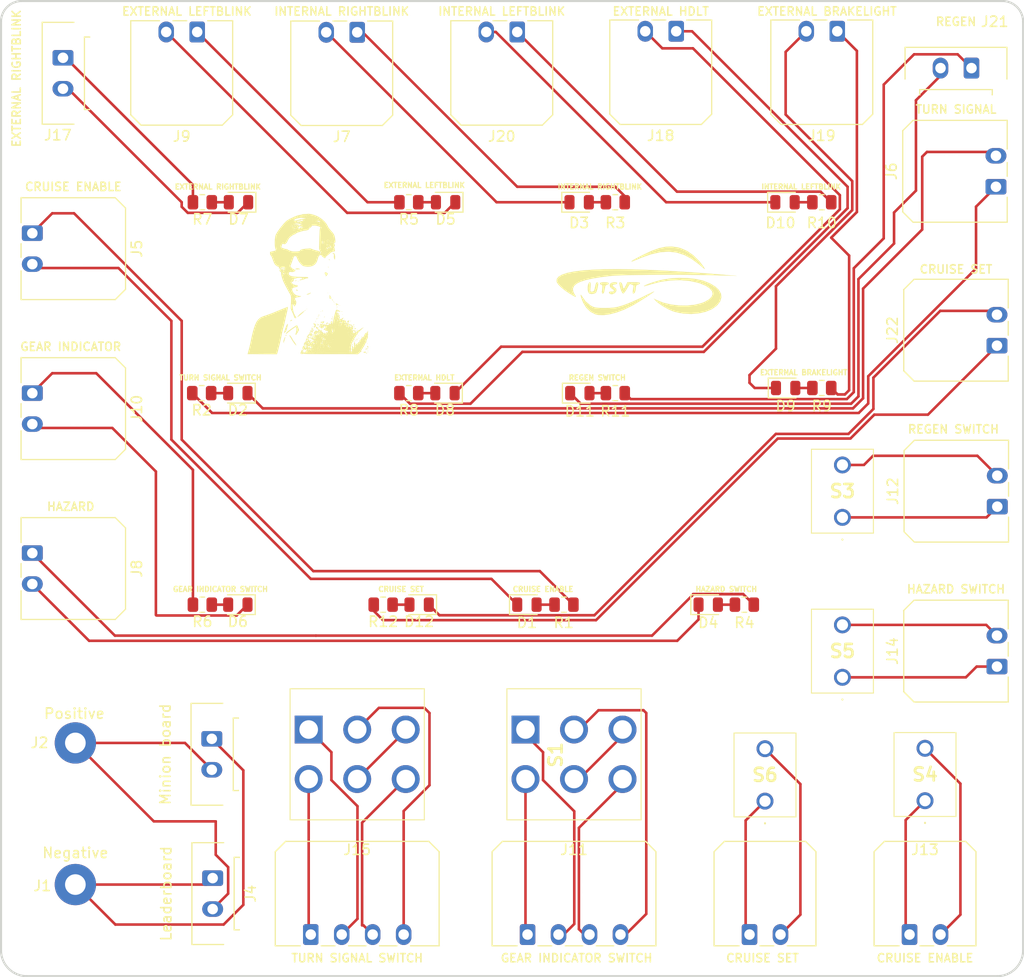
<source format=kicad_pcb>
(kicad_pcb (version 20211014) (generator pcbnew)
  (layers (0 "F.Cu" signal) (31 "B.Cu" signal) (34 "B.Paste" user) (35 "F.Paste" user) (36 "B.SilkS" user "B.Silkscreen") (37 "F.SilkS" user "F.Silkscreen") (38 "B.Mask" user) (39 "F.Mask" user) (44 "Edge.Cuts" user))
  (net 0 "")
  (net 1 "Net-(D1-Pad1)")
  (net 2 "Net-(D1-Pad2)")
  (net 3 "Net-(D2-Pad1)")
  (net 4 "Net-(D2-Pad2)")
  (net 5 "Net-(D3-Pad1)")
  (net 6 "Net-(D3-Pad2)")
  (net 7 "Net-(D4-Pad1)")
  (net 8 "Net-(D4-Pad2)")
  (net 9 "Net-(D5-Pad1)")
  (net 10 "Net-(D5-Pad2)")
  (net 11 "Net-(D6-Pad1)")
  (net 12 "Net-(D6-Pad2)")
  (net 13 "Net-(D7-Pad1)")
  (net 14 "Net-(D7-Pad2)")
  (net 15 "Net-(D8-Pad1)")
  (net 16 "Net-(D8-Pad2)")
  (net 17 "Net-(D9-Pad1)")
  (net 18 "Net-(D9-Pad2)")
  (net 19 "Net-(D10-Pad1)")
  (net 20 "Net-(D10-Pad2)")
  (net 21 "Net-(D11-Pad1)")
  (net 22 "Net-(D11-Pad2)")
  (net 23 "Net-(D12-Pad1)")
  (net 24 "Net-(D12-Pad2)")
  (net 25 "Net-(J1-Pad1)")
  (net 26 "Net-(J2-Pad1)")
  (net 27 "Net-(J5-Pad1)")
  (net 28 "Net-(J6-Pad1)")
  (net 29 "Net-(J7-Pad1)")
  (net 30 "Net-(J8-Pad1)")
  (net 31 "Net-(J9-Pad1)")
  (net 32 "Net-(J10-Pad1)")
  (net 33 "Net-(J11-Pad1)")
  (net 34 "Net-(J11-Pad2)")
  (net 35 "Net-(J11-Pad3)")
  (net 36 "Net-(J11-Pad4)")
  (net 37 "Net-(J12-Pad1)")
  (net 38 "Net-(J12-Pad2)")
  (net 39 "Net-(J13-Pad1)")
  (net 40 "Net-(J13-Pad2)")
  (net 41 "Net-(J14-Pad1)")
  (net 42 "Net-(J14-Pad2)")
  (net 43 "Net-(J15-Pad1)")
  (net 44 "Net-(J15-Pad2)")
  (net 45 "Net-(J15-Pad3)")
  (net 46 "Net-(J15-Pad4)")
  (net 47 "Net-(J16-Pad1)")
  (net 48 "Net-(J16-Pad2)")
  (net 49 "Net-(J17-Pad1)")
  (net 50 "Net-(J18-Pad1)")
  (net 51 "Net-(J19-Pad1)")
  (net 52 "Net-(J20-Pad1)")
  (net 53 "Net-(J21-Pad1)")
  (net 54 "Net-(J22-Pad1)")
  (net 55 "Net-(S1-Pad3)")
  (net 56 "Net-(S2-Pad3)")
  (footprint "Resistor_SMD:R_0805_2012Metric" (layer "F.Cu") (at 100 79)
    (fp_text reference "R9")
    (fp_text value "EXTERNAL BRAKELIGHT")
  )
  (footprint "Connector_Molex:Molex_Micro-Fit_3.0_43650-0200_1x02_P3.00mm_Horizontal" (layer "F.Cu") (at 85.9 44.43 180)
    (fp_text reference "J18")
    (fp_text value "EXTERNAL HDLT")
  )
  (footprint "UTSVT_Connectors:Banana_Jack_1_Pin_4mm" (layer "F.Cu") (at 27.7 127.125)
    (fp_text reference "J1")
    (fp_text value "Negative")
  )
  (footprint "Diode_SMD:D_0805_2012Metric" (layer "F.Cu") (at 43.4375 79.5 180)
    (fp_text reference "D2")
    (fp_text value "LED" hide)
  )
  (footprint "Connector_Molex:Molex_Micro-Fit_3.0_43650-0200_1x02_P3.00mm_Horizontal" (layer "F.Cu") (at 101.5 44.43 180)
    (fp_text reference "J19")
    (fp_text value "EXTERNAL BRAKELIGHT")
  )
  (footprint "Resistor_SMD:R_0805_2012Metric" (layer "F.Cu") (at 40 61 180)
    (fp_text reference "R7")
    (fp_text value "R" hide)
  )
  (footprint "Diode_SMD:D_0805_2012Metric" (layer "F.Cu") (at 76.5 61)
    (fp_text reference "D3")
    (fp_text value "LED" hide)
  )
  (footprint "Connector_Molex:Molex_Micro-Fit_3.0_43650-0200_1x02_P3.00mm_Horizontal" (layer "F.Cu") (at 116.87 59.5 90)
    (fp_text reference "J6")
    (fp_text value "TURN SIGNAL")
  )
  (footprint "Connector_Molex:Molex_Micro-Fit_3.0_43650-0200_1x02_P3.00mm_Horizontal" (layer "F.Cu") (at 116.97 106 90)
    (fp_text reference "J14")
    (fp_text value "HAZARD SWITCH")
  )
  (footprint "Diode_SMD:D_0805_2012Metric" (layer "F.Cu") (at 63.5625 61 180)
    (fp_text reference "D5")
    (fp_text value "LED" hide)
  )
  (footprint "UTSVT_Special:UTSVT_Logo_Symbol" (layer "F.Cu") (at 82.75 68.75)
    (fp_text reference "G***" hide)
    (fp_text value "LOGO" hide)
  )
  (footprint "SamacSys_Parts:2MS6T4B3M2CES" (layer "F.Cu") (at 94.5 119.04)
    (fp_text reference "S6")
    (fp_text value "2MS6T4B3M2CES" hide)
  )
  (footprint "SamacSys_Parts:M2023SS1W03" (layer "F.Cu") (at 71.3 112.1 -90)
    (fp_text reference "S1")
    (fp_text value "M2024SS1W03" hide)
  )
  (footprint "UTSVT_Connectors:Banana_Jack_1_Pin_4mm" (layer "F.Cu") (at 27.7 113.4)
    (fp_text reference "J2")
    (fp_text value "Positive")
  )
  (footprint "Connector_Molex:Molex_Micro-Fit_3.0_43650-0215_1x02_P3.00mm_Vertical" (layer "F.Cu") (at 41 126.5 -90)
    (fp_text reference "J4")
    (fp_text value "Leaderboard")
  )
  (footprint "Diode_SMD:D_0805_2012Metric" (layer "F.Cu") (at 96.5 79)
    (fp_text reference "D9")
    (fp_text value "LED" hide)
  )
  (footprint "Diode_SMD:D_0805_2012Metric" (layer "F.Cu") (at 43.5 61 180)
    (fp_text reference "D7")
    (fp_text value "LED" hide)
  )
  (footprint "SamacSys_Parts:2MS6T4B3M2CES" (layer "F.Cu") (at 110 119)
    (fp_text reference "S4")
    (fp_text value "2MS6T4B3M2CES" hide)
  )
  (footprint "SamacSys_Parts:2MS6T4B3M2CES" (layer "F.Cu") (at 102 91.54)
    (fp_text reference "S3")
    (fp_text value "2MS6T4B3M2CES" hide)
  )
  (footprint "Connector_Molex:Molex_Micro-Fit_3.0_43650-0200_1x02_P3.00mm_Horizontal" (layer "F.Cu") (at 55 44.53 180)
    (fp_text reference "J7")
    (fp_text value "INTERNAL RIGHTBLINK")
  )
  (footprint "Connector_Molex:Molex_Micro-Fit_3.0_43650-0200_1x02_P3.00mm_Horizontal" (layer "F.Cu") (at 39.5 44.5 180)
    (fp_text reference "J9")
    (fp_text value "EXTERNAL LEFTBLINK")
  )
  (footprint "Connector_Molex:Molex_Micro-Fit_3.0_43650-0200_1x02_P3.00mm_Horizontal" (layer "F.Cu") (at 70.5 44.5 180)
    (fp_text reference "J20")
    (fp_text value "INTERNAL LEFTBLINK")
  )
  (footprint "Resistor_SMD:R_0805_2012Metric" (layer "F.Cu") (at 75.026664 100)
    (fp_text reference "R1")
    (fp_text value "CRUISE ENABLE")
  )
  (footprint "Resistor_SMD:R_0805_2012Metric" (layer "F.Cu") (at 80 79.5)
    (fp_text reference "R11")
    (fp_text value "REGEN SWITCH")
  )
  (footprint "SamacSys_Parts:2MS6T4B3M2CES" (layer "F.Cu") (at 102 107.04)
    (fp_text reference "S5")
    (fp_text value "2MS6T4B3M2CES" hide)
  )
  (footprint "Diode_SMD:D_0805_2012Metric" (layer "F.Cu") (at 71.4375 100)
    (fp_text reference "D1")
    (fp_text value "LED" hide)
  )
  (footprint "Resistor_SMD:R_0805_2012Metric" (layer "F.Cu") (at 100 61)
    (fp_text reference "R10")
    (fp_text value "INTERNAL LEFTBLINK")
  )
  (footprint "Connector_Molex:Molex_Micro-Fit_3.0_43650-0200_1x02_P3.00mm_Horizontal" (layer "F.Cu") (at 116.97 74.9 90)
    (fp_text reference "J22")
    (fp_text value "CRUISE SET")
  )
  (footprint "Connector_Molex:Molex_Micro-Fit_3.0_43650-0215_1x02_P3.00mm_Vertical" (layer "F.Cu") (at 114.5 48 180)
    (fp_text reference "J21")
    (fp_text value "REGEN")
  )
  (footprint "Connector_Molex:Molex_Micro-Fit_3.0_43650-0215_1x02_P3.00mm_Vertical" (layer "F.Cu") (at 26.5 47 -90)
    (fp_text reference "J17")
    (fp_text value "EXTERNAL RIGHTBLINK")
  )
  (footprint "Diode_SMD:D_0805_2012Metric" (layer "F.Cu") (at 43.4375 100 180)
    (fp_text reference "D6")
    (fp_text value "LED" hide)
  )
  (footprint "Diode_SMD:D_0805_2012Metric" (layer "F.Cu") (at 96.4375 61)
    (fp_text reference "D10")
    (fp_text value "LED" hide)
  )
  (footprint "Diode_SMD:D_0805_2012Metric" (layer "F.Cu") (at 63.5 79.5 180)
    (fp_text reference "D8")
    (fp_text value "LED" hide)
  )
  (footprint "Connector_Molex:Molex_Micro-Fit_3.0_43650-0200_1x02_P3.00mm_Horizontal" (layer "F.Cu") (at 23.53 79.5 -90)
    (fp_text reference "J10")
    (fp_text value "GEAR INDICATOR")
  )
  (footprint "Connector_Molex:Molex_Micro-Fit_3.0_43650-0200_1x02_P3.00mm_Horizontal" (layer "F.Cu") (at 23.53 95 -90)
    (fp_text reference "J8")
    (fp_text value "HAZARD")
  )
  (footprint "Connector_Molex:Molex_Micro-Fit_3.0_43650-0200_1x02_P3.00mm_Horizontal" (layer "F.Cu") (at 117 90.5 90)
    (fp_text reference "J12")
    (fp_text value "REGEN SWITCH")
  )
  (footprint "Diode_SMD:D_0805_2012Metric" (layer "F.Cu") (at 61 100 180)
    (fp_text reference "D12")
    (fp_text value "LED" hide)
  )
  (footprint "Resistor_SMD:R_0805_2012Metric" (layer "F.Cu") (at 39.9375 79.5 180)
    (fp_text reference "R2")
    (fp_text value "TURN SIGNAL SWITCH")
  )
  (footprint "Resistor_SMD:R_0805_2012Metric" (layer "F.Cu") (at 57.513332 100 180)
    (fp_text reference "R12")
    (fp_text value "CRUISE SET")
  )
  (footprint "Resistor_SMD:R_0805_2012Metric" (layer "F.Cu") (at 60 61 180)
    (fp_text reference "R5")
    (fp_text value "EXTERNAL LEFTBLINK")
  )
  (footprint "Resistor_SMD:R_0805_2012Metric" (layer "F.Cu") (at 40 100 180)
    (fp_text reference "R6")
    (fp_text value "GEAR INDICATOR SWITCH")
  )
  (footprint "Resistor_SMD:R_0805_2012Metric" (layer "F.Cu") (at 80 61)
    (fp_text reference "R3")
    (fp_text value "INTERNAL RIGHTBLINK")
  )
  (footprint "Connector_Molex:Molex_Micro-Fit_3.0_43650-0400_1x04_P3.00mm_Horizontal" (layer "F.Cu") (at 50.5 131.97)
    (fp_text reference "J15")
    (fp_text value "TURN SIGNAL SWITCH")
  )
  (footprint "Connector_Molex:Molex_Micro-Fit_3.0_43650-0200_1x02_P3.00mm_Horizontal" (layer "F.Cu") (at 23.53 64 -90)
    (fp_text reference "J5")
    (fp_text value "CRUISE ENABLE")
  )
  (footprint "Connector_Molex:Molex_Micro-Fit_3.0_43650-0400_1x04_P3.00mm_Horizontal" (layer "F.Cu") (at 71.5 131.97)
    (fp_text reference "J11")
    (fp_text value "GEAR INDICATOR SWITCH")
  )
  (footprint "Diode_SMD:D_0805_2012Metric" (layer "F.Cu") (at 89 100)
    (fp_text reference "D4")
    (fp_text value "LED" hide)
  )
  (footprint "Resistor_SMD:R_0805_2012Metric" (layer "F.Cu") (at 92.5 100)
    (fp_text reference "R4")
    (fp_text value "HAZARD SWITCH")
  )
  (footprint "SamacSys_Parts:M2023SS1W03" (layer "F.Cu") (at 50.3 112.1 -90)
    (fp_text reference "S2" hide)
    (fp_text value "M2024SS1W03" hide)
  )
  (footprint "Connector_Molex:Molex_Micro-Fit_3.0_43650-0215_1x02_P3.00mm_Vertical" (layer "F.Cu") (at 40.915 113 -90)
    (fp_text reference "J3" hide)
    (fp_text value "Minion board")
  )
  (footprint "Connector_Molex:Molex_Micro-Fit_3.0_43650-0200_1x02_P3.00mm_Horizontal" (layer "F.Cu") (at 108.5 131.97)
    (fp_text reference "J13")
    (fp_text value "CRUISE ENABLE")
  )
  (footprint "Connector_Molex:Molex_Micro-Fit_3.0_43650-0200_1x02_P3.00mm_Horizontal" (layer "F.Cu") (at 93 131.97)
    (fp_text reference "J16" hide)
    (fp_text value "CRUISE SET")
  )
  (footprint "Diode_SMD:D_0805_2012Metric" (layer "F.Cu") (at 76.5625 79.5)
    (fp_text reference "D11")
    (fp_text value "LED" hide)
  )
  (footprint "UTSVT_Special:Hallock_Image_Tiny" (layer "F.Cu") (at 49.75 68.75)
    (fp_text reference "G***" hide)
    (fp_text value "LOGO" hide)
  )
  (footprint "Resistor_SMD:R_0805_2012Metric" (layer "F.Cu") (at 60 79.5 180)
    (fp_text reference "R8")
    (fp_text value "EXTERNAL HDLT")
  )
  (gr_line (start 119.5 133.5) (end 119.5 43.5) (layer "Edge.Cuts") (width 0.2))
  (gr_arc (start 20.5 43.5) (mid 21.085786 42.085786) (end 22.5 41.5) (layer "Edge.Cuts") (width 0.2))
  (gr_arc (start 117.5 41.5) (mid 118.914214 42.085786) (end 119.5 43.5) (layer "Edge.Cuts") (width 0.2))
  (gr_line (start 117.5 41.5) (end 22.5 41.5) (layer "Edge.Cuts") (width 0.2))
  (gr_line (start 20.5 43.5) (end 20.5 133.5) (layer "Edge.Cuts") (width 0.2))
  (gr_line (start 117 136) (end 23 136) (layer "Edge.Cuts") (width 0.2))
  (gr_arc (start 23 136) (mid 21.232233 135.267767) (end 20.5 133.5) (layer "Edge.Cuts") (width 0.2))
  (gr_arc (start 119.5 133.5) (mid 118.767767 135.267767) (end 117 136) (layer "Edge.Cuts") (width 0.2))
  (segment (start 50.5 97.5) (end 37 84) (width 0.25) (layer "F.Cu") (net 1))
  (segment (start 68 97.5) (end 50.5 97.5) (width 0.25) (layer "F.Cu") (net 1))
  (segment (start 37 72.5) (end 31.875001 67.375001) (width 0.25) (layer "F.Cu") (net 1))
  (segment (start 70.5 100) (end 68 97.5) (width 0.25) (layer "F.Cu") (net 1))
  (segment (start 37 84) (end 37 72.5) (width 0.25) (layer "F.Cu") (net 1))
  (segment (start 31.875001 67.375001) (end 24.421698 67.375001) (width 0.25) (layer "F.Cu") (net 1))
  (segment (start 74.114164 100) (end 72.375 100) (width 0.25) (layer "F.Cu") (net 2))
  (segment (start 110.1852 56.124999) (end 109.728 56.582199) (width 0.25) (layer "F.Cu") (net 3))
  (segment (start 104 69.37) (end 104 80) (width 0.25) (layer "F.Cu") (net 3))
  (segment (start 116.494999 56.124999) (end 110.1852 56.124999) (width 0.25) (layer "F.Cu") (net 3))
  (segment (start 45.85 80.975) (end 44.375 79.5) (width 0.25) (layer "F.Cu") (net 3))
  (segment (start 109.728 56.582199) (end 109.728 63.642) (width 0.25) (layer "F.Cu") (net 3))
  (segment (start 104 80) (end 103.025 80.975) (width 0.25) (layer "F.Cu") (net 3))
  (segment (start 109.728 63.642) (end 104 69.37) (width 0.25) (layer "F.Cu") (net 3))
  (segment (start 103.025 80.975) (end 45.85 80.975) (width 0.25) (layer "F.Cu") (net 3))
  (segment (start 40.85 79.5) (end 42.5 79.5) (width 0.25) (layer "F.Cu") (net 4))
  (segment (start 75.5625 61) (end 68.5 61) (width 0.25) (layer "F.Cu") (net 5))
  (segment (start 68.5 61) (end 52.03 44.53) (width 0.25) (layer "F.Cu") (net 5))
  (segment (start 52.03 44.53) (end 52 44.53) (width 0.25) (layer "F.Cu") (net 5))
  (segment (start 79.0875 61) (end 77.4375 61) (width 0.25) (layer "F.Cu") (net 6))
  (segment (start 86 103.5) (end 29.03 103.5) (width 0.25) (layer "F.Cu") (net 7))
  (segment (start 88.0625 100) (end 88.0625 101.4375) (width 0.25) (layer "F.Cu") (net 7))
  (segment (start 88.0625 101.4375) (end 86 103.5) (width 0.25) (layer "F.Cu") (net 7))
  (segment (start 29.03 103.5) (end 23.53 98) (width 0.25) (layer "F.Cu") (net 7))
  (segment (start 91.5875 100) (end 89.9375 100) (width 0.25) (layer "F.Cu") (net 8))
  (segment (start 64.5 61) (end 63.475 62.025) (width 0.25) (layer "F.Cu") (net 9))
  (segment (start 63.475 62.025) (end 54.025 62.025) (width 0.25) (layer "F.Cu") (net 9))
  (segment (start 54.025 62.025) (end 36.5 44.5) (width 0.25) (layer "F.Cu") (net 9))
  (segment (start 60.9125 61) (end 62.625 61) (width 0.25) (layer "F.Cu") (net 10))
  (segment (start 23.905001 82.875001) (end 31.278302 82.875001) (width 0.25) (layer "F.Cu") (net 11))
  (segment (start 35.5 87.096699) (end 35.5 101) (width 0.25) (layer "F.Cu") (net 11))
  (segment (start 43.325 101.05) (end 44.375 100) (width 0.25) (layer "F.Cu") (net 11))
  (segment (start 35.55 101.05) (end 43.325 101.05) (width 0.25) (layer "F.Cu") (net 11))
  (segment (start 23.53 82.5) (end 23.905001 82.875001) (width 0.25) (layer "F.Cu") (net 11))
  (segment (start 31.278302 82.875001) (end 35.5 87.096699) (width 0.25) (layer "F.Cu") (net 11))
  (segment (start 42.5 100) (end 40.9125 100) (width 0.25) (layer "F.Cu") (net 12))
  (segment (start 44.4375 61) (end 43.4125 62.025) (width 0.25) (layer "F.Cu") (net 13))
  (segment (start 27 50) (end 26.5 50) (width 0.25) (layer "F.Cu") (net 13))
  (segment (start 38 61.438173) (end 38 61) (width 0.25) (layer "F.Cu") (net 13))
  (segment (start 43.4125 62.025) (end 38.586827 62.025) (width 0.25) (layer "F.Cu") (net 13))
  (segment (start 38.586827 62.025) (end 38 61.438173) (width 0.25) (layer "F.Cu") (net 13))
  (segment (start 38 61) (end 27 50) (width 0.25) (layer "F.Cu") (net 13))
  (segment (start 40.9125 61) (end 42.5625 61) (width 0.25) (layer "F.Cu") (net 14))
  (segment (start 84.554728 46.084728) (end 82.9 44.43) (width 0.25) (layer "F.Cu") (net 15))
  (segment (start 101.75 60.311827) (end 87.522901 46.084728) (width 0.25) (layer "F.Cu") (net 15))
  (segment (start 68.9375 75) (end 88.438173 75) (width 0.25) (layer "F.Cu") (net 15))
  (segment (start 64.4375 79.5) (end 68.9375 75) (width 0.25) (layer "F.Cu") (net 15))
  (segment (start 101.75 61.688173) (end 101.75 60.311827) (width 0.25) (layer "F.Cu") (net 15))
  (segment (start 88.438173 75) (end 101.75 61.688173) (width 0.25) (layer "F.Cu") (net 15))
  (segment (start 87.522901 46.084728) (end 84.554728 46.084728) (width 0.25) (layer "F.Cu") (net 15))
  (segment (start 62.5625 79.5) (end 60.9125 79.5) (width 0.25) (layer "F.Cu") (net 16))
  (segment (start 93 78.5) (end 93.5 79) (width 0.25) (layer "F.Cu") (net 17))
  (segment (start 102.95 58.95) (end 102.95 61.760965) (width 0.25) (layer "F.Cu") (net 17))
  (segment (start 102.95 61.760965) (end 95.5625 69.148465) (width 0.25) (layer "F.Cu") (net 17))
  (segment (start 96.5 52.5) (end 102.95 58.95) (width 0.25) (layer "F.Cu") (net 17))
  (segment (start 93 77.75) (end 93 78.5) (width 0.25) (layer "F.Cu") (net 17))
  (segment (start 98.5 44.43) (end 96.5 46.43) (width 0.25) (layer "F.Cu") (net 17))
  (segment (start 95.5625 69.148465) (end 95.5625 75.1875) (width 0.25) (layer "F.Cu") (net 17))
  (segment (start 95.5625 75.1875) (end 93 77.75) (width 0.25) (layer "F.Cu") (net 17))
  (segment (start 93.5 79) (end 95.5625 79) (width 0.25) (layer "F.Cu") (net 17))
  (segment (start 96.5 46.43) (end 96.5 52.5) (width 0.25) (layer "F.Cu") (net 17))
  (segment (start 97.4375 79) (end 99.0875 79) (width 0.25) (layer "F.Cu") (net 18))
  (segment (start 95.5 61) (end 84.926828 61) (width 0.25) (layer "F.Cu") (net 19))
  (segment (start 84.926828 61) (end 68.426828 44.5) (width 0.25) (layer "F.Cu") (net 19))
  (segment (start 68.426828 44.5) (end 67.5 44.5) (width 0.25) (layer "F.Cu") (net 19))
  (segment (start 99.0875 61) (end 97.375 61) (width 0.25) (layer "F.Cu") (net 20))
  (segment (start 75.625 79.5) (end 76.65 80.525) (width 0.25) (layer "F.Cu") (net 21))
  (segment (start 109.121698 51.118302) (end 111.5 48.74) (width 0.25) (layer "F.Cu") (net 21))
  (segment (start 107 61.996699) (end 109.121698 59.875001) (width 0.25) (layer "F.Cu") (net 21))
  (segment (start 111.5 48.74) (end 111.5 48) (width 0.25) (layer "F.Cu") (net 21))
  (segment (start 107 65) (end 107 61.996699) (width 0.25) (layer "F.Cu") (net 21))
  (segment (start 103.55 79.813604) (end 103.55 68.45) (width 0.25) (layer "F.Cu") (net 21))
  (segment (start 102.838604 80.525) (end 103.55 79.813604) (width 0.25) (layer "F.Cu") (net 21))
  (segment (start 76.65 80.525) (end 102.838604 80.525) (width 0.25) (layer "F.Cu") (net 21))
  (segment (start 103.55 68.45) (end 107 65) (width 0.25) (layer "F.Cu") (net 21))
  (segment (start 109.121698 59.875001) (end 109.121698 51.118302) (width 0.25) (layer "F.Cu") (net 21))
  (segment (start 79.0875 79.5) (end 77.5 79.5) (width 0.25) (layer "F.Cu") (net 22))
  (segment (start 95.55 83.45) (end 102.586396 83.45) (width 0.25) (layer "F.Cu") (net 23))
  (segment (start 105 78) (end 111.475001 71.524999) (width 0.25) (layer "F.Cu") (net 23))
  (segment (start 102.586396 83.45) (end 105 81.036396) (width 0.25) (layer "F.Cu") (net 23))
  (segment (start 62.9625 101.025) (end 77.975 101.025) (width 0.25) (layer "F.Cu") (net 23))
  (segment (start 77.975 101.025) (end 95.55 83.45) (width 0.25) (layer "F.Cu") (net 23))
  (segment (start 111.475001 71.524999) (end 116.594999 71.524999) (width 0.25) (layer "F.Cu") (net 23))
  (segment (start 61.9375 100) (end 62.9625 101.025) (width 0.25) (layer "F.Cu") (net 23))
  (segment (start 105 81.036396) (end 105 78) (width 0.25) (layer "F.Cu") (net 23))
  (segment (start 116.594999 71.524999) (end 116.97 71.9) (width 0.25) (layer "F.Cu") (net 23))
  (segment (start 60.0625 100) (end 58.425832 100) (width 0.25) (layer "F.Cu") (net 24))
  (segment (start 40.375 127.125) (end 27.7 127.125) (width 0.25) (layer "F.Cu") (net 25))
  (segment (start 41 126.5) (end 40.375 127.125) (width 0.25) (layer "F.Cu") (net 25))
  (segment (start 43.970001 116.055001) (end 43.970001 129.089728) (width 0.25) (layer "F.Cu") (net 25))
  (segment (start 31.575 131) (end 27.7 127.125) (width 0.25) (layer "F.Cu") (net 25))
  (segment (start 40.915 113) (end 43.970001 116.055001) (width 0.25) (layer "F.Cu") (net 25))
  (segment (start 42.059729 131) (end 31.575 131) (width 0.25) (layer "F.Cu") (net 25))
  (segment (start 43.970001 129.089728) (end 42.059729 131) (width 0.25) (layer "F.Cu") (net 25))
  (segment (start 42.5 125.440271) (end 42.5 128) (width 0.25) (layer "F.Cu") (net 26))
  (segment (start 35.3 121) (end 41.296711 121) (width 0.25) (layer "F.Cu") (net 26))
  (segment (start 42.5 128) (end 41 129.5) (width 0.25) (layer "F.Cu") (net 26))
  (segment (start 38.315 113.4) (end 40.915 116) (width 0.25) (layer "F.Cu") (net 26))
  (segment (start 41.296711 124.236982) (end 42.5 125.440271) (width 0.25) (layer "F.Cu") (net 26))
  (segment (start 41.296711 121) (end 41.296711 124.236982) (width 0.25) (layer "F.Cu") (net 26))
  (segment (start 27.7 113.4) (end 35.3 121) (width 0.25) (layer "F.Cu") (net 26))
  (segment (start 27.7 113.4) (end 38.315 113.4) (width 0.25) (layer "F.Cu") (net 26))
  (segment (start 27.571698 62.071698) (end 38 72.5) (width 0.25) (layer "F.Cu") (net 27))
  (segment (start 23.53 64) (end 25.458302 62.071698) (width 0.25) (layer "F.Cu") (net 27))
  (segment (start 38 72.5) (end 38 84) (width 0.25) (layer "F.Cu") (net 27))
  (segment (start 38 84) (end 50.75 96.75) (width 0.25) (layer "F.Cu") (net 27))
  (segment (start 25.458302 62.071698) (end 27.571698 62.071698) (width 0.25) (layer "F.Cu") (net 27))
  (segment (start 50.75 96.75) (end 72.689164 96.75) (width 0.25) (layer "F.Cu") (net 27))
  (segment (start 72.689164 96.75) (end 75.939164 100) (width 0.25) (layer "F.Cu") (net 27))
  (segment (start 104.5 80.5) (end 103.575 81.425) (width 0.25) (layer "F.Cu") (net 28))
  (segment (start 103.575 81.425) (end 40.95 81.425) (width 0.25) (layer "F.Cu") (net 28))
  (segment (start 116.87 59.5) (end 114.941698 61.428302) (width 0.25) (layer "F.Cu") (net 28))
  (segment (start 114.941698 67.421906) (end 104.5 77.863604) (width 0.25) (layer "F.Cu") (net 28))
  (segment (start 40.95 81.425) (end 39.025 79.5) (width 0.25) (layer "F.Cu") (net 28))
  (segment (start 104.5 77.863604) (end 104.5 80.5) (width 0.25) (layer "F.Cu") (net 28))
  (segment (start 114.941698 61.428302) (end 114.941698 67.421906) (width 0.25) (layer "F.Cu") (net 28))
  (segment (start 55 44.53) (end 55.53 44.53) (width 0.25) (layer "F.Cu") (net 29))
  (segment (start 55.53 44.53) (end 70.5 59.5) (width 0.25) (layer "F.Cu") (net 29))
  (segment (start 80 59.5) (end 80.9125 60.4125) (width 0.25) (layer "F.Cu") (net 29))
  (segment (start 80.9125 60.4125) (end 80.9125 61) (width 0.25) (layer "F.Cu") (net 29))
  (segment (start 70.5 59.5) (end 80 59.5) (width 0.25) (layer "F.Cu") (net 29))
  (segment (start 31.53 103) (end 51 103) (width 0.25) (layer "F.Cu") (net 30))
  (segment (start 92.3875 98.975) (end 93.4125 100) (width 0.25) (layer "F.Cu") (net 30))
  (segment (start 87.583166 98.975) (end 92.3875 98.975) (width 0.25) (layer "F.Cu") (net 30))
  (segment (start 83.558166 103) (end 87.583166 98.975) (width 0.25) (layer "F.Cu") (net 30))
  (segment (start 92.3875 98.975) (end 87.525 98.975) (width 0.25) (layer "F.Cu") (net 30))
  (segment (start 23.53 95) (end 31.53 103) (width 0.25) (layer "F.Cu") (net 30))
  (segment (start 51 103) (end 83.558166 103) (width 0.25) (layer "F.Cu") (net 30))
  (segment (start 39.5 44.5) (end 56 61) (width 0.25) (layer "F.Cu") (net 31))
  (segment (start 56 61) (end 59.0875 61) (width 0.25) (layer "F.Cu") (net 31))
  (segment (start 39.0875 86.934197) (end 29.725001 77.571698) (width 0.25) (layer "F.Cu") (net 32))
  (segment (start 25.458302 77.571698) (end 23.53 79.5) (width 0.25) (layer "F.Cu") (net 32))
  (segment (start 29.725001 77.571698) (end 25.458302 77.571698) (width 0.25) (layer "F.Cu") (net 32))
  (segment (start 39.0875 100) (end 39.0875 86.934197) (width 0.25) (layer "F.Cu") (net 32))
  (segment (start 71.3 116.9) (end 71.3 131.77) (width 0.25) (layer "F.Cu") (net 33))
  (segment (start 71.3 131.77) (end 71.5 131.97) (width 0.25) (layer "F.Cu") (net 33))
  (segment (start 74.5 132.47) (end 76.024999 130.945001) (width 0.25) (layer "F.Cu") (net 34))
  (segment (start 76.024999 130.945001) (end 76.024999 120.024999) (width 0.25) (layer "F.Cu") (net 34))
  (segment (start 73 114.3) (end 71.3 112.6) (width 0.25) (layer "F.Cu") (net 34))
  (segment (start 76.024999 120.024999) (end 73 117) (width 0.25) (layer "F.Cu") (net 34))
  (segment (start 73 117) (end 73 114.3) (width 0.25) (layer "F.Cu") (net 34))
  (segment (start 76.474999 121.625001) (end 76.474999 131.444999) (width 0.25) (layer "F.Cu") (net 35))
  (segment (start 76.474999 131.444999) (end 77.5 132.47) (width 0.25) (layer "F.Cu") (net 35))
  (segment (start 80.7 117.4) (end 76.474999 121.625001) (width 0.25) (layer "F.Cu") (net 35))
  (segment (start 76 112.6) (end 78.367814 110.232186) (width 0.25) (layer "F.Cu") (net 36))
  (segment (start 82.732186 110.232186) (end 83 110.5) (width 0.25) (layer "F.Cu") (net 36))
  (segment (start 78.367814 110.232186) (end 82.732186 110.232186) (width 0.25) (layer "F.Cu") (net 36))
  (segment (start 83 129.97) (end 80.5 132.47) (width 0.25) (layer "F.Cu") (net 36))
  (segment (start 83 110.5) (end 83 129.97) (width 0.25) (layer "F.Cu") (net 36))
  (segment (start 102 91.54) (end 115.96 91.54) (width 0.25) (layer "F.Cu") (net 37))
  (segment (start 115.96 91.54) (end 117 90.5) (width 0.25) (layer "F.Cu") (net 37))
  (segment (start 115.071698 85.571698) (end 104.968302 85.571698) (width 0.25) (layer "F.Cu") (net 38))
  (segment (start 104.08 86.46) (end 102 86.46) (width 0.25) (layer "F.Cu") (net 38))
  (segment (start 117 87.5) (end 115.071698 85.571698) (width 0.25) (layer "F.Cu") (net 38))
  (segment (start 104.968302 85.571698) (end 104.08 86.46) (width 0.25) (layer "F.Cu") (net 38))
  (segment (start 110 119) (end 108.124999 120.875001) (width 0.25) (layer "F.Cu") (net 39))
  (segment (start 108.124999 120.875001) (end 108.124999 131.078302) (width 0.25) (layer "F.Cu") (net 39))
  (segment (start 113.428302 117.348302) (end 110 113.92) (width 0.25) (layer "F.Cu") (net 40))
  (segment (start 113.428302 130.041698) (end 113.428302 117.348302) (width 0.25) (layer "F.Cu") (net 40))
  (segment (start 111.5 131.97) (end 113.428302 130.041698) (width 0.25) (layer "F.Cu") (net 40))
  (segment (start 115 106) (end 113.96 107.04) (width 0.25) (layer "F.Cu") (net 41))
  (segment (start 116.97 106) (end 115 106) (width 0.25) (layer "F.Cu") (net 41))
  (segment (start 113.96 107.04) (end 102 107.04) (width 0.25) (layer "F.Cu") (net 41))
  (segment (start 115.93 101.96) (end 116.97 103) (width 0.25) (layer "F.Cu") (net 42))
  (segment (start 102 101.96) (end 115.93 101.96) (width 0.25) (layer "F.Cu") (net 42))
  (segment (start 50.3 116.9) (end 50.3 131.77) (width 0.25) (layer "F.Cu") (net 43))
  (segment (start 50.3 131.77) (end 50.5 131.97) (width 0.25) (layer "F.Cu") (net 43))
  (segment (start 52.5 114.3) (end 50.3 112.1) (width 0.25) (layer "F.Cu") (net 44))
  (segment (start 53.5 131.97) (end 55.024999 130.445001) (width 0.25) (layer "F.Cu") (net 44))
  (segment (start 55.024999 119.524999) (end 52.5 117) (width 0.25) (layer "F.Cu") (net 44))
  (segment (start 55.024999 130.445001) (end 55.024999 119.524999) (width 0.25) (layer "F.Cu") (net 44))
  (segment (start 52.5 117) (end 52.5 114.3) (width 0.25) (layer "F.Cu") (net 44))
  (segment (start 55.474999 131.078302) (end 55.608302 131.078302) (width 0.25) (layer "F.Cu") (net 45))
  (segment (start 55.474999 121.125001) (end 55.474999 131.078302) (width 0.25) (layer "F.Cu") (net 45))
  (segment (start 59.7 116.9) (end 55.474999 121.125001) (width 0.25) (layer "F.Cu") (net 45))
  (segment (start 55.608302 131.078302) (end 56.5 131.97) (width 0.25) (layer "F.Cu") (net 45))
  (segment (start 62 110.5) (end 61.5 110) (width 0.25) (layer "F.Cu") (net 46))
  (segment (start 59.5 120) (end 62 117.5) (width 0.25) (layer "F.Cu") (net 46))
  (segment (start 55.8375 111.2) (end 54.1625 112.875) (width 0.25) (layer "F.Cu") (net 46))
  (segment (start 57.1 110) (end 55 112.1) (width 0.25) (layer "F.Cu") (net 46))
  (segment (start 59.5 131.97) (end 59.5 120) (width 0.25) (layer "F.Cu") (net 46))
  (segment (start 61.5 110) (end 57.1 110) (width 0.25) (layer "F.Cu") (net 46))
  (segment (start 62 117.5) (end 62 110.5) (width 0.25) (layer "F.Cu") (net 46))
  (segment (start 92.624999 120.915001) (end 92.624999 131.078302) (width 0.25) (layer "F.Cu") (net 47))
  (segment (start 94.5 119.04) (end 92.624999 120.915001) (width 0.25) (layer "F.Cu") (net 47))
  (segment (start 97.928302 117.388302) (end 94.5 113.96) (width 0.25) (layer "F.Cu") (net 48))
  (segment (start 96 131.97) (end 97.928302 130.041698) (width 0.25) (layer "F.Cu") (net 48))
  (segment (start 97.928302 130.041698) (end 97.928302 117.388302) (width 0.25) (layer "F.Cu") (net 48))
  (segment (start 26.5 47) (end 26.763173 47) (width 0.25) (layer "F.Cu") (net 49))
  (segment (start 26.763173 47) (end 39.0875 59.324327) (width 0.25) (layer "F.Cu") (net 49))
  (segment (start 39.0875 59.324327) (end 39.0875 61) (width 0.25) (layer "F.Cu") (net 49))
  (segment (start 60.1125 80.525) (end 59.0875 79.5) (width 0.25) (layer "F.Cu") (net 50))
  (segment (start 85.9 44.43) (end 87.43 44.43) (width 0.25) (layer "F.Cu") (net 50))
  (segment (start 88.574569 75.5) (end 71 75.5) (width 0.25) (layer "F.Cu") (net 50))
  (segment (start 102.5 59.5) (end 102.5 61.574569) (width 0.25) (layer "F.Cu") (net 50))
  (segment (start 65.975 80.525) (end 60.1125 80.525) (width 0.25) (layer "F.Cu") (net 50))
  (segment (start 87.43 44.43) (end 102.5 59.5) (width 0.25) (layer "F.Cu") (net 50))
  (segment (start 71 75.5) (end 65.975 80.525) (width 0.25) (layer "F.Cu") (net 50))
  (segment (start 102.5 61.574569) (end 88.574569 75.5) (width 0.25) (layer "F.Cu") (net 50))
  (segment (start 100.9125 64.434861) (end 102.65 66.172361) (width 0.25) (layer "F.Cu") (net 51))
  (segment (start 102.65 66.172361) (end 102.65 79.213604) (width 0.25) (layer "F.Cu") (net 51))
  (segment (start 101.5375 79.625) (end 100.9125 79) (width 0.25) (layer "F.Cu") (net 51))
  (segment (start 101.5 44.43) (end 103.4 46.33) (width 0.25) (layer "F.Cu") (net 51))
  (segment (start 103.4 61.947361) (end 100.9125 64.434861) (width 0.25) (layer "F.Cu") (net 51))
  (segment (start 102.238604 79.625) (end 101.5375 79.625) (width 0.25) (layer "F.Cu") (net 51))
  (segment (start 103.4 46.33) (end 103.4 61.947361) (width 0.25) (layer "F.Cu") (net 51))
  (segment (start 102.65 79.213604) (end 102.238604 79.625) (width 0.25) (layer "F.Cu") (net 51))
  (segment (start 85.975 59.975) (end 99.8875 59.975) (width 0.25) (layer "F.Cu") (net 52))
  (segment (start 70.5 44.5) (end 85.975 59.975) (width 0.25) (layer "F.Cu") (net 52))
  (segment (start 99.8875 59.975) (end 100.9125 61) (width 0.25) (layer "F.Cu") (net 52))
  (segment (start 103.1 67.4) (end 103.1 79.4) (width 0.25) (layer "F.Cu") (net 53))
  (segment (start 103.1 79.4) (end 102.425 80.075) (width 0.25) (layer "F.Cu") (net 53))
  (segment (start 81.4875 80.075) (end 80.9125 79.5) (width 0.25) (layer "F.Cu") (net 53))
  (segment (start 106 64.5) (end 103.1 67.4) (width 0.25) (layer "F.Cu") (net 53))
  (segment (start 113.165 46.665) (end 108.938287 46.665) (width 0.25) (layer "F.Cu") (net 53))
  (segment (start 114.5 48) (end 113.165 46.665) (width 0.25) (layer "F.Cu") (net 53))
  (segment (start 102.425 80.075) (end 81.4875 80.075) (width 0.25) (layer "F.Cu") (net 53))
  (segment (start 108.938287 46.665) (end 106 49.603287) (width 0.25) (layer "F.Cu") (net 53))
  (segment (start 106 49.603287) (end 106 64.5) (width 0.25) (layer "F.Cu") (net 53))
  (segment (start 56.600832 100.600832) (end 56.600832 100) (width 0.25) (layer "F.Cu") (net 54))
  (segment (start 95.736396 83.9) (end 78.136396 101.5) (width 0.25) (layer "F.Cu") (net 54))
  (segment (start 110.283604 81.586396) (end 105.086396 81.586396) (width 0.25) (layer "F.Cu") (net 54))
  (segment (start 57.5 101.5) (end 56.600832 100.600832) (width 0.25) (layer "F.Cu") (net 54))
  (segment (start 116.97 74.9) (end 110.283604 81.586396) (width 0.25) (layer "F.Cu") (net 54))
  (segment (start 105.086396 81.586396) (end 102.772792 83.9) (width 0.25) (layer "F.Cu") (net 54))
  (segment (start 78.136396 101.5) (end 57.5 101.5) (width 0.25) (layer "F.Cu") (net 54))
  (segment (start 102.772792 83.9) (end 95.736396 83.9) (width 0.25) (layer "F.Cu") (net 54))
  (segment (start 76 117.4) (end 80.7 112.7) (width 0.25) (layer "F.Cu") (net 55))
  (segment (start 80.7 112.7) (end 80.7 112.6) (width 0.25) (layer "F.Cu") (net 55))
  (segment (start 59.7 112.2) (end 59.7 112.1) (width 0.25) (layer "F.Cu") (net 56))
  (segment (start 55 116.9) (end 59.7 112.2) (width 0.25) (layer "F.Cu") (net 56))
)
</source>
